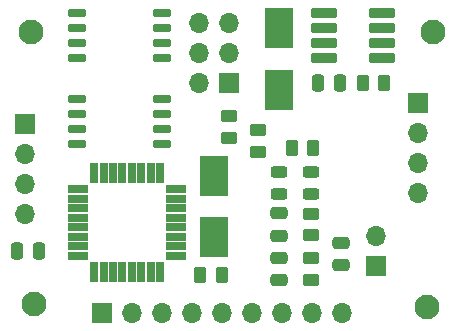
<source format=gts>
%TF.GenerationSoftware,KiCad,Pcbnew,8.0.8*%
%TF.CreationDate,2025-03-21T07:08:09+05:30*%
%TF.ProjectId,project2_MCU_datalogger,70726f6a-6563-4743-925f-4d43555f6461,1.0*%
%TF.SameCoordinates,Original*%
%TF.FileFunction,Soldermask,Top*%
%TF.FilePolarity,Negative*%
%FSLAX46Y46*%
G04 Gerber Fmt 4.6, Leading zero omitted, Abs format (unit mm)*
G04 Created by KiCad (PCBNEW 8.0.8) date 2025-03-21 07:08:09*
%MOMM*%
%LPD*%
G01*
G04 APERTURE LIST*
G04 Aperture macros list*
%AMRoundRect*
0 Rectangle with rounded corners*
0 $1 Rounding radius*
0 $2 $3 $4 $5 $6 $7 $8 $9 X,Y pos of 4 corners*
0 Add a 4 corners polygon primitive as box body*
4,1,4,$2,$3,$4,$5,$6,$7,$8,$9,$2,$3,0*
0 Add four circle primitives for the rounded corners*
1,1,$1+$1,$2,$3*
1,1,$1+$1,$4,$5*
1,1,$1+$1,$6,$7*
1,1,$1+$1,$8,$9*
0 Add four rect primitives between the rounded corners*
20,1,$1+$1,$2,$3,$4,$5,0*
20,1,$1+$1,$4,$5,$6,$7,0*
20,1,$1+$1,$6,$7,$8,$9,0*
20,1,$1+$1,$8,$9,$2,$3,0*%
G04 Aperture macros list end*
%ADD10RoundRect,0.250000X0.250000X0.475000X-0.250000X0.475000X-0.250000X-0.475000X0.250000X-0.475000X0*%
%ADD11R,1.700000X1.700000*%
%ADD12O,1.700000X1.700000*%
%ADD13RoundRect,0.250000X0.450000X-0.262500X0.450000X0.262500X-0.450000X0.262500X-0.450000X-0.262500X0*%
%ADD14RoundRect,0.250000X0.475000X-0.250000X0.475000X0.250000X-0.475000X0.250000X-0.475000X-0.250000X0*%
%ADD15RoundRect,0.250000X-0.262500X-0.450000X0.262500X-0.450000X0.262500X0.450000X-0.262500X0.450000X0*%
%ADD16RoundRect,0.099250X-0.987750X-0.297750X0.987750X-0.297750X0.987750X0.297750X-0.987750X0.297750X0*%
%ADD17RoundRect,0.243750X0.456250X-0.243750X0.456250X0.243750X-0.456250X0.243750X-0.456250X-0.243750X0*%
%ADD18C,2.100000*%
%ADD19RoundRect,0.150000X-0.650000X-0.150000X0.650000X-0.150000X0.650000X0.150000X-0.650000X0.150000X0*%
%ADD20RoundRect,0.094250X0.742750X0.282750X-0.742750X0.282750X-0.742750X-0.282750X0.742750X-0.282750X0*%
%ADD21RoundRect,0.094250X0.282750X0.742750X-0.282750X0.742750X-0.282750X-0.742750X0.282750X-0.742750X0*%
%ADD22R,2.400000X3.500000*%
%ADD23RoundRect,0.250000X-0.475000X0.250000X-0.475000X-0.250000X0.475000X-0.250000X0.475000X0.250000X0*%
G04 APERTURE END LIST*
D10*
%TO.C,C4*%
X54450000Y-26500000D03*
X52550000Y-26500000D03*
%TD*%
D11*
%TO.C,J3*%
X34300000Y-46000000D03*
D12*
X36840000Y-46000000D03*
X39380000Y-46000000D03*
X41920000Y-46000000D03*
X44460000Y-46000000D03*
X47000000Y-46000000D03*
X49540000Y-46000000D03*
X52080000Y-46000000D03*
X54620000Y-46000000D03*
%TD*%
D13*
%TO.C,R1*%
X45000000Y-31162500D03*
X45000000Y-29337500D03*
%TD*%
D14*
%TO.C,C5*%
X54500000Y-41950000D03*
X54500000Y-40050000D03*
%TD*%
D15*
%TO.C,R6*%
X56337500Y-26500000D03*
X58162500Y-26500000D03*
%TD*%
D16*
%TO.C,U3*%
X53025000Y-20595000D03*
X53025000Y-21865000D03*
X53025000Y-23135000D03*
X53025000Y-24405000D03*
X57975000Y-24405000D03*
X57975000Y-23135000D03*
X57975000Y-21865000D03*
X57975000Y-20595000D03*
%TD*%
D17*
%TO.C,D2*%
X49250000Y-35937500D03*
X49250000Y-34062500D03*
%TD*%
D11*
%TO.C,J4*%
X45025000Y-26525000D03*
D12*
X42485000Y-26525000D03*
X45025000Y-23985000D03*
X42485000Y-23985000D03*
X45025000Y-21445000D03*
X42485000Y-21445000D03*
%TD*%
D18*
%TO.C,H3*%
X62250000Y-22200000D03*
%TD*%
%TO.C,H2*%
X28500000Y-45200000D03*
%TD*%
D19*
%TO.C,U2*%
X32150000Y-27845000D03*
X32150000Y-29115000D03*
X32150000Y-30385000D03*
X32150000Y-31655000D03*
X39350000Y-31655000D03*
X39350000Y-30385000D03*
X39350000Y-29115000D03*
X39350000Y-27845000D03*
%TD*%
D13*
%TO.C,R7*%
X52000000Y-39412500D03*
X52000000Y-37587500D03*
%TD*%
D15*
%TO.C,R4*%
X42587500Y-42750000D03*
X44412500Y-42750000D03*
%TD*%
D20*
%TO.C,U4*%
X40565000Y-41135000D03*
X40565000Y-40335000D03*
X40565000Y-39535000D03*
X40565000Y-38735000D03*
X40565000Y-37935000D03*
X40565000Y-37135000D03*
X40565000Y-36335000D03*
X40565000Y-35535000D03*
D21*
X39195000Y-34165000D03*
X38395000Y-34165000D03*
X37595000Y-34165000D03*
X36795000Y-34165000D03*
X35995000Y-34165000D03*
X35195000Y-34165000D03*
X34395000Y-34165000D03*
X33595000Y-34165000D03*
D20*
X32225000Y-35535000D03*
X32225000Y-36335000D03*
X32225000Y-37135000D03*
X32225000Y-37935000D03*
X32225000Y-38735000D03*
X32225000Y-39535000D03*
X32225000Y-40335000D03*
X32225000Y-41135000D03*
D21*
X33595000Y-42505000D03*
X34395000Y-42505000D03*
X35195000Y-42505000D03*
X35995000Y-42505000D03*
X36795000Y-42505000D03*
X37595000Y-42505000D03*
X38395000Y-42505000D03*
X39195000Y-42505000D03*
%TD*%
D11*
%TO.C,BT1*%
X57500000Y-42025000D03*
D12*
X57500000Y-39485000D03*
%TD*%
D11*
%TO.C,J1*%
X61000000Y-28200000D03*
D12*
X61000000Y-30740000D03*
X61000000Y-33280000D03*
X61000000Y-35820000D03*
%TD*%
D22*
%TO.C,Y1*%
X49250000Y-27100000D03*
X49250000Y-21900000D03*
%TD*%
D23*
%TO.C,C3*%
X49250000Y-37550000D03*
X49250000Y-39450000D03*
%TD*%
D13*
%TO.C,R3*%
X52000000Y-43162500D03*
X52000000Y-41337500D03*
%TD*%
D11*
%TO.C,J2*%
X27750000Y-29960000D03*
D12*
X27750000Y-32500000D03*
X27750000Y-35040000D03*
X27750000Y-37580000D03*
%TD*%
D18*
%TO.C,H1*%
X28250000Y-22200000D03*
%TD*%
D10*
%TO.C,C1*%
X28950000Y-40750000D03*
X27050000Y-40750000D03*
%TD*%
D17*
%TO.C,D1*%
X52000000Y-35937500D03*
X52000000Y-34062500D03*
%TD*%
D22*
%TO.C,Y2*%
X43750000Y-34400000D03*
X43750000Y-39600000D03*
%TD*%
D13*
%TO.C,R2*%
X47500000Y-32362500D03*
X47500000Y-30537500D03*
%TD*%
D18*
%TO.C,H4*%
X61750000Y-45450000D03*
%TD*%
D14*
%TO.C,C2*%
X49250000Y-43200000D03*
X49250000Y-41300000D03*
%TD*%
D19*
%TO.C,U1*%
X32150000Y-20595000D03*
X32150000Y-21865000D03*
X32150000Y-23135000D03*
X32150000Y-24405000D03*
X39350000Y-24405000D03*
X39350000Y-23135000D03*
X39350000Y-21865000D03*
X39350000Y-20595000D03*
%TD*%
D15*
%TO.C,R5*%
X50337500Y-32000000D03*
X52162500Y-32000000D03*
%TD*%
M02*

</source>
